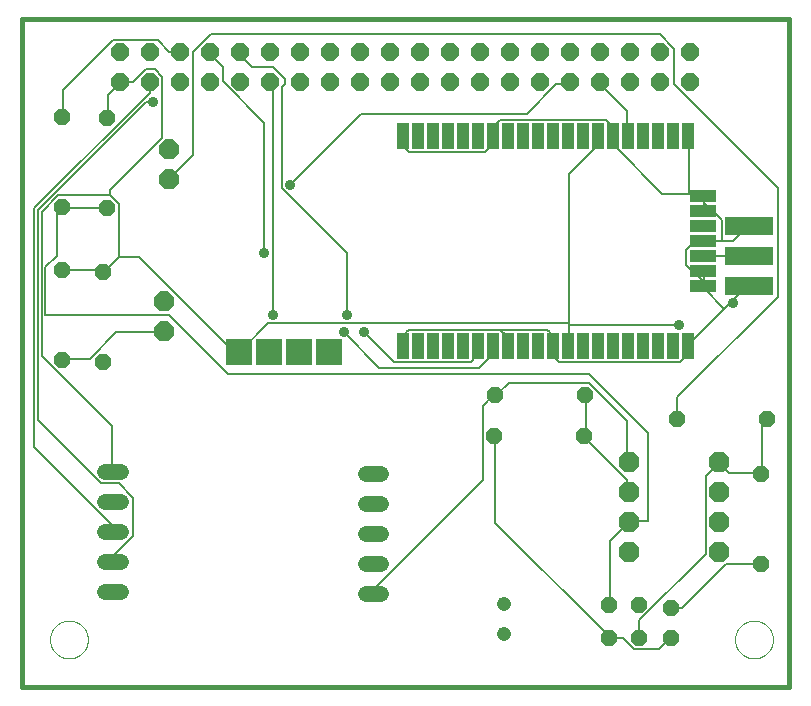
<source format=gtl>
G75*
%MOIN*%
%OFA0B0*%
%FSLAX25Y25*%
%IPPOS*%
%LPD*%
%AMOC8*
5,1,8,0,0,1.08239X$1,22.5*
%
%ADD10C,0.01600*%
%ADD11C,0.00000*%
%ADD12R,0.16000X0.06000*%
%ADD13OC8,0.06000*%
%ADD14R,0.04000X0.08858*%
%ADD15R,0.08858X0.04000*%
%ADD16OC8,0.06600*%
%ADD17OC8,0.05200*%
%ADD18R,0.08600X0.08600*%
%ADD19OC8,0.06800*%
%ADD20C,0.04756*%
%ADD21C,0.05200*%
%ADD22C,0.00600*%
%ADD23C,0.03600*%
D10*
X0001800Y0001800D02*
X0001800Y0224241D01*
X0257706Y0224241D01*
X0257706Y0001800D01*
X0001800Y0001800D01*
D11*
X0011249Y0017548D02*
X0011251Y0017706D01*
X0011257Y0017864D01*
X0011267Y0018022D01*
X0011281Y0018180D01*
X0011299Y0018337D01*
X0011320Y0018494D01*
X0011346Y0018650D01*
X0011376Y0018806D01*
X0011409Y0018961D01*
X0011447Y0019114D01*
X0011488Y0019267D01*
X0011533Y0019419D01*
X0011582Y0019570D01*
X0011635Y0019719D01*
X0011691Y0019867D01*
X0011751Y0020013D01*
X0011815Y0020158D01*
X0011883Y0020301D01*
X0011954Y0020443D01*
X0012028Y0020583D01*
X0012106Y0020720D01*
X0012188Y0020856D01*
X0012272Y0020990D01*
X0012361Y0021121D01*
X0012452Y0021250D01*
X0012547Y0021377D01*
X0012644Y0021502D01*
X0012745Y0021624D01*
X0012849Y0021743D01*
X0012956Y0021860D01*
X0013066Y0021974D01*
X0013179Y0022085D01*
X0013294Y0022194D01*
X0013412Y0022299D01*
X0013533Y0022401D01*
X0013656Y0022501D01*
X0013782Y0022597D01*
X0013910Y0022690D01*
X0014040Y0022780D01*
X0014173Y0022866D01*
X0014308Y0022950D01*
X0014444Y0023029D01*
X0014583Y0023106D01*
X0014724Y0023178D01*
X0014866Y0023248D01*
X0015010Y0023313D01*
X0015156Y0023375D01*
X0015303Y0023433D01*
X0015452Y0023488D01*
X0015602Y0023539D01*
X0015753Y0023586D01*
X0015905Y0023629D01*
X0016058Y0023668D01*
X0016213Y0023704D01*
X0016368Y0023735D01*
X0016524Y0023763D01*
X0016680Y0023787D01*
X0016837Y0023807D01*
X0016995Y0023823D01*
X0017152Y0023835D01*
X0017311Y0023843D01*
X0017469Y0023847D01*
X0017627Y0023847D01*
X0017785Y0023843D01*
X0017944Y0023835D01*
X0018101Y0023823D01*
X0018259Y0023807D01*
X0018416Y0023787D01*
X0018572Y0023763D01*
X0018728Y0023735D01*
X0018883Y0023704D01*
X0019038Y0023668D01*
X0019191Y0023629D01*
X0019343Y0023586D01*
X0019494Y0023539D01*
X0019644Y0023488D01*
X0019793Y0023433D01*
X0019940Y0023375D01*
X0020086Y0023313D01*
X0020230Y0023248D01*
X0020372Y0023178D01*
X0020513Y0023106D01*
X0020652Y0023029D01*
X0020788Y0022950D01*
X0020923Y0022866D01*
X0021056Y0022780D01*
X0021186Y0022690D01*
X0021314Y0022597D01*
X0021440Y0022501D01*
X0021563Y0022401D01*
X0021684Y0022299D01*
X0021802Y0022194D01*
X0021917Y0022085D01*
X0022030Y0021974D01*
X0022140Y0021860D01*
X0022247Y0021743D01*
X0022351Y0021624D01*
X0022452Y0021502D01*
X0022549Y0021377D01*
X0022644Y0021250D01*
X0022735Y0021121D01*
X0022824Y0020990D01*
X0022908Y0020856D01*
X0022990Y0020720D01*
X0023068Y0020583D01*
X0023142Y0020443D01*
X0023213Y0020301D01*
X0023281Y0020158D01*
X0023345Y0020013D01*
X0023405Y0019867D01*
X0023461Y0019719D01*
X0023514Y0019570D01*
X0023563Y0019419D01*
X0023608Y0019267D01*
X0023649Y0019114D01*
X0023687Y0018961D01*
X0023720Y0018806D01*
X0023750Y0018650D01*
X0023776Y0018494D01*
X0023797Y0018337D01*
X0023815Y0018180D01*
X0023829Y0018022D01*
X0023839Y0017864D01*
X0023845Y0017706D01*
X0023847Y0017548D01*
X0023845Y0017390D01*
X0023839Y0017232D01*
X0023829Y0017074D01*
X0023815Y0016916D01*
X0023797Y0016759D01*
X0023776Y0016602D01*
X0023750Y0016446D01*
X0023720Y0016290D01*
X0023687Y0016135D01*
X0023649Y0015982D01*
X0023608Y0015829D01*
X0023563Y0015677D01*
X0023514Y0015526D01*
X0023461Y0015377D01*
X0023405Y0015229D01*
X0023345Y0015083D01*
X0023281Y0014938D01*
X0023213Y0014795D01*
X0023142Y0014653D01*
X0023068Y0014513D01*
X0022990Y0014376D01*
X0022908Y0014240D01*
X0022824Y0014106D01*
X0022735Y0013975D01*
X0022644Y0013846D01*
X0022549Y0013719D01*
X0022452Y0013594D01*
X0022351Y0013472D01*
X0022247Y0013353D01*
X0022140Y0013236D01*
X0022030Y0013122D01*
X0021917Y0013011D01*
X0021802Y0012902D01*
X0021684Y0012797D01*
X0021563Y0012695D01*
X0021440Y0012595D01*
X0021314Y0012499D01*
X0021186Y0012406D01*
X0021056Y0012316D01*
X0020923Y0012230D01*
X0020788Y0012146D01*
X0020652Y0012067D01*
X0020513Y0011990D01*
X0020372Y0011918D01*
X0020230Y0011848D01*
X0020086Y0011783D01*
X0019940Y0011721D01*
X0019793Y0011663D01*
X0019644Y0011608D01*
X0019494Y0011557D01*
X0019343Y0011510D01*
X0019191Y0011467D01*
X0019038Y0011428D01*
X0018883Y0011392D01*
X0018728Y0011361D01*
X0018572Y0011333D01*
X0018416Y0011309D01*
X0018259Y0011289D01*
X0018101Y0011273D01*
X0017944Y0011261D01*
X0017785Y0011253D01*
X0017627Y0011249D01*
X0017469Y0011249D01*
X0017311Y0011253D01*
X0017152Y0011261D01*
X0016995Y0011273D01*
X0016837Y0011289D01*
X0016680Y0011309D01*
X0016524Y0011333D01*
X0016368Y0011361D01*
X0016213Y0011392D01*
X0016058Y0011428D01*
X0015905Y0011467D01*
X0015753Y0011510D01*
X0015602Y0011557D01*
X0015452Y0011608D01*
X0015303Y0011663D01*
X0015156Y0011721D01*
X0015010Y0011783D01*
X0014866Y0011848D01*
X0014724Y0011918D01*
X0014583Y0011990D01*
X0014444Y0012067D01*
X0014308Y0012146D01*
X0014173Y0012230D01*
X0014040Y0012316D01*
X0013910Y0012406D01*
X0013782Y0012499D01*
X0013656Y0012595D01*
X0013533Y0012695D01*
X0013412Y0012797D01*
X0013294Y0012902D01*
X0013179Y0013011D01*
X0013066Y0013122D01*
X0012956Y0013236D01*
X0012849Y0013353D01*
X0012745Y0013472D01*
X0012644Y0013594D01*
X0012547Y0013719D01*
X0012452Y0013846D01*
X0012361Y0013975D01*
X0012272Y0014106D01*
X0012188Y0014240D01*
X0012106Y0014376D01*
X0012028Y0014513D01*
X0011954Y0014653D01*
X0011883Y0014795D01*
X0011815Y0014938D01*
X0011751Y0015083D01*
X0011691Y0015229D01*
X0011635Y0015377D01*
X0011582Y0015526D01*
X0011533Y0015677D01*
X0011488Y0015829D01*
X0011447Y0015982D01*
X0011409Y0016135D01*
X0011376Y0016290D01*
X0011346Y0016446D01*
X0011320Y0016602D01*
X0011299Y0016759D01*
X0011281Y0016916D01*
X0011267Y0017074D01*
X0011257Y0017232D01*
X0011251Y0017390D01*
X0011249Y0017548D01*
X0239595Y0017548D02*
X0239597Y0017706D01*
X0239603Y0017864D01*
X0239613Y0018022D01*
X0239627Y0018180D01*
X0239645Y0018337D01*
X0239666Y0018494D01*
X0239692Y0018650D01*
X0239722Y0018806D01*
X0239755Y0018961D01*
X0239793Y0019114D01*
X0239834Y0019267D01*
X0239879Y0019419D01*
X0239928Y0019570D01*
X0239981Y0019719D01*
X0240037Y0019867D01*
X0240097Y0020013D01*
X0240161Y0020158D01*
X0240229Y0020301D01*
X0240300Y0020443D01*
X0240374Y0020583D01*
X0240452Y0020720D01*
X0240534Y0020856D01*
X0240618Y0020990D01*
X0240707Y0021121D01*
X0240798Y0021250D01*
X0240893Y0021377D01*
X0240990Y0021502D01*
X0241091Y0021624D01*
X0241195Y0021743D01*
X0241302Y0021860D01*
X0241412Y0021974D01*
X0241525Y0022085D01*
X0241640Y0022194D01*
X0241758Y0022299D01*
X0241879Y0022401D01*
X0242002Y0022501D01*
X0242128Y0022597D01*
X0242256Y0022690D01*
X0242386Y0022780D01*
X0242519Y0022866D01*
X0242654Y0022950D01*
X0242790Y0023029D01*
X0242929Y0023106D01*
X0243070Y0023178D01*
X0243212Y0023248D01*
X0243356Y0023313D01*
X0243502Y0023375D01*
X0243649Y0023433D01*
X0243798Y0023488D01*
X0243948Y0023539D01*
X0244099Y0023586D01*
X0244251Y0023629D01*
X0244404Y0023668D01*
X0244559Y0023704D01*
X0244714Y0023735D01*
X0244870Y0023763D01*
X0245026Y0023787D01*
X0245183Y0023807D01*
X0245341Y0023823D01*
X0245498Y0023835D01*
X0245657Y0023843D01*
X0245815Y0023847D01*
X0245973Y0023847D01*
X0246131Y0023843D01*
X0246290Y0023835D01*
X0246447Y0023823D01*
X0246605Y0023807D01*
X0246762Y0023787D01*
X0246918Y0023763D01*
X0247074Y0023735D01*
X0247229Y0023704D01*
X0247384Y0023668D01*
X0247537Y0023629D01*
X0247689Y0023586D01*
X0247840Y0023539D01*
X0247990Y0023488D01*
X0248139Y0023433D01*
X0248286Y0023375D01*
X0248432Y0023313D01*
X0248576Y0023248D01*
X0248718Y0023178D01*
X0248859Y0023106D01*
X0248998Y0023029D01*
X0249134Y0022950D01*
X0249269Y0022866D01*
X0249402Y0022780D01*
X0249532Y0022690D01*
X0249660Y0022597D01*
X0249786Y0022501D01*
X0249909Y0022401D01*
X0250030Y0022299D01*
X0250148Y0022194D01*
X0250263Y0022085D01*
X0250376Y0021974D01*
X0250486Y0021860D01*
X0250593Y0021743D01*
X0250697Y0021624D01*
X0250798Y0021502D01*
X0250895Y0021377D01*
X0250990Y0021250D01*
X0251081Y0021121D01*
X0251170Y0020990D01*
X0251254Y0020856D01*
X0251336Y0020720D01*
X0251414Y0020583D01*
X0251488Y0020443D01*
X0251559Y0020301D01*
X0251627Y0020158D01*
X0251691Y0020013D01*
X0251751Y0019867D01*
X0251807Y0019719D01*
X0251860Y0019570D01*
X0251909Y0019419D01*
X0251954Y0019267D01*
X0251995Y0019114D01*
X0252033Y0018961D01*
X0252066Y0018806D01*
X0252096Y0018650D01*
X0252122Y0018494D01*
X0252143Y0018337D01*
X0252161Y0018180D01*
X0252175Y0018022D01*
X0252185Y0017864D01*
X0252191Y0017706D01*
X0252193Y0017548D01*
X0252191Y0017390D01*
X0252185Y0017232D01*
X0252175Y0017074D01*
X0252161Y0016916D01*
X0252143Y0016759D01*
X0252122Y0016602D01*
X0252096Y0016446D01*
X0252066Y0016290D01*
X0252033Y0016135D01*
X0251995Y0015982D01*
X0251954Y0015829D01*
X0251909Y0015677D01*
X0251860Y0015526D01*
X0251807Y0015377D01*
X0251751Y0015229D01*
X0251691Y0015083D01*
X0251627Y0014938D01*
X0251559Y0014795D01*
X0251488Y0014653D01*
X0251414Y0014513D01*
X0251336Y0014376D01*
X0251254Y0014240D01*
X0251170Y0014106D01*
X0251081Y0013975D01*
X0250990Y0013846D01*
X0250895Y0013719D01*
X0250798Y0013594D01*
X0250697Y0013472D01*
X0250593Y0013353D01*
X0250486Y0013236D01*
X0250376Y0013122D01*
X0250263Y0013011D01*
X0250148Y0012902D01*
X0250030Y0012797D01*
X0249909Y0012695D01*
X0249786Y0012595D01*
X0249660Y0012499D01*
X0249532Y0012406D01*
X0249402Y0012316D01*
X0249269Y0012230D01*
X0249134Y0012146D01*
X0248998Y0012067D01*
X0248859Y0011990D01*
X0248718Y0011918D01*
X0248576Y0011848D01*
X0248432Y0011783D01*
X0248286Y0011721D01*
X0248139Y0011663D01*
X0247990Y0011608D01*
X0247840Y0011557D01*
X0247689Y0011510D01*
X0247537Y0011467D01*
X0247384Y0011428D01*
X0247229Y0011392D01*
X0247074Y0011361D01*
X0246918Y0011333D01*
X0246762Y0011309D01*
X0246605Y0011289D01*
X0246447Y0011273D01*
X0246290Y0011261D01*
X0246131Y0011253D01*
X0245973Y0011249D01*
X0245815Y0011249D01*
X0245657Y0011253D01*
X0245498Y0011261D01*
X0245341Y0011273D01*
X0245183Y0011289D01*
X0245026Y0011309D01*
X0244870Y0011333D01*
X0244714Y0011361D01*
X0244559Y0011392D01*
X0244404Y0011428D01*
X0244251Y0011467D01*
X0244099Y0011510D01*
X0243948Y0011557D01*
X0243798Y0011608D01*
X0243649Y0011663D01*
X0243502Y0011721D01*
X0243356Y0011783D01*
X0243212Y0011848D01*
X0243070Y0011918D01*
X0242929Y0011990D01*
X0242790Y0012067D01*
X0242654Y0012146D01*
X0242519Y0012230D01*
X0242386Y0012316D01*
X0242256Y0012406D01*
X0242128Y0012499D01*
X0242002Y0012595D01*
X0241879Y0012695D01*
X0241758Y0012797D01*
X0241640Y0012902D01*
X0241525Y0013011D01*
X0241412Y0013122D01*
X0241302Y0013236D01*
X0241195Y0013353D01*
X0241091Y0013472D01*
X0240990Y0013594D01*
X0240893Y0013719D01*
X0240798Y0013846D01*
X0240707Y0013975D01*
X0240618Y0014106D01*
X0240534Y0014240D01*
X0240452Y0014376D01*
X0240374Y0014513D01*
X0240300Y0014653D01*
X0240229Y0014795D01*
X0240161Y0014938D01*
X0240097Y0015083D01*
X0240037Y0015229D01*
X0239981Y0015377D01*
X0239928Y0015526D01*
X0239879Y0015677D01*
X0239834Y0015829D01*
X0239793Y0015982D01*
X0239755Y0016135D01*
X0239722Y0016290D01*
X0239692Y0016446D01*
X0239666Y0016602D01*
X0239645Y0016759D01*
X0239627Y0016916D01*
X0239613Y0017074D01*
X0239603Y0017232D01*
X0239597Y0017390D01*
X0239595Y0017548D01*
D12*
X0244280Y0135383D03*
X0244280Y0145383D03*
X0244280Y0155383D03*
D13*
X0224556Y0203375D03*
X0214556Y0203375D03*
X0204556Y0203375D03*
X0194556Y0203375D03*
X0184556Y0203375D03*
X0174556Y0203375D03*
X0164556Y0203375D03*
X0154556Y0203375D03*
X0144556Y0203375D03*
X0134556Y0203375D03*
X0124556Y0203375D03*
X0114556Y0203375D03*
X0104556Y0203375D03*
X0094556Y0203375D03*
X0084556Y0203375D03*
X0074556Y0203375D03*
X0064556Y0203375D03*
X0054556Y0203375D03*
X0044556Y0203375D03*
X0034556Y0203375D03*
X0034556Y0213375D03*
X0044556Y0213375D03*
X0054556Y0213375D03*
X0064556Y0213375D03*
X0074556Y0213375D03*
X0084556Y0213375D03*
X0094556Y0213375D03*
X0104556Y0213375D03*
X0114556Y0213375D03*
X0124556Y0213375D03*
X0134556Y0213375D03*
X0144556Y0213375D03*
X0154556Y0213375D03*
X0164556Y0213375D03*
X0174556Y0213375D03*
X0184556Y0213375D03*
X0194556Y0213375D03*
X0204556Y0213375D03*
X0214556Y0213375D03*
X0224556Y0213375D03*
D14*
X0223926Y0185422D03*
X0218926Y0185422D03*
X0213926Y0185422D03*
X0208926Y0185422D03*
X0203926Y0185422D03*
X0198926Y0185422D03*
X0193926Y0185422D03*
X0188926Y0185422D03*
X0183926Y0185422D03*
X0178926Y0185422D03*
X0173926Y0185422D03*
X0168926Y0185422D03*
X0163926Y0185422D03*
X0158926Y0185422D03*
X0153926Y0185422D03*
X0148926Y0185422D03*
X0143926Y0185422D03*
X0138926Y0185422D03*
X0133926Y0185422D03*
X0128926Y0185422D03*
X0128926Y0115422D03*
X0133926Y0115422D03*
X0138926Y0115422D03*
X0143926Y0115422D03*
X0148926Y0115422D03*
X0153926Y0115422D03*
X0158926Y0115422D03*
X0163926Y0115422D03*
X0168926Y0115422D03*
X0173926Y0115422D03*
X0178926Y0115422D03*
X0183926Y0115422D03*
X0188926Y0115422D03*
X0193926Y0115422D03*
X0198926Y0115422D03*
X0203926Y0115422D03*
X0208926Y0115422D03*
X0213926Y0115422D03*
X0218926Y0115422D03*
X0223926Y0115422D03*
D15*
X0228926Y0135422D03*
X0228926Y0140422D03*
X0228926Y0145422D03*
X0228926Y0150422D03*
X0228926Y0155422D03*
X0228926Y0160422D03*
X0228926Y0165422D03*
D16*
X0050776Y0171013D03*
X0050776Y0181013D03*
X0049359Y0130422D03*
X0049359Y0120422D03*
D17*
X0028965Y0110225D03*
X0015107Y0110698D03*
X0015107Y0140698D03*
X0028965Y0140225D03*
X0030304Y0161249D03*
X0015343Y0161839D03*
X0015343Y0191839D03*
X0030304Y0191249D03*
X0159398Y0099202D03*
X0159202Y0085461D03*
X0189202Y0085461D03*
X0189398Y0099202D03*
X0220107Y0091052D03*
X0248217Y0072627D03*
X0250107Y0091052D03*
X0248217Y0042627D03*
X0218099Y0028178D03*
X0218099Y0018178D03*
X0207548Y0018020D03*
X0197548Y0018020D03*
X0197548Y0029202D03*
X0207548Y0029202D03*
D18*
X0104241Y0113236D03*
X0094241Y0113236D03*
X0084241Y0113236D03*
X0074241Y0113236D03*
D19*
X0204202Y0076721D03*
X0204202Y0066721D03*
X0204202Y0056721D03*
X0204202Y0046721D03*
X0234202Y0046721D03*
X0234202Y0056721D03*
X0234202Y0066721D03*
X0234202Y0076721D03*
D20*
X0162666Y0029556D03*
X0162666Y0019556D03*
D21*
X0121723Y0032587D02*
X0116523Y0032587D01*
X0116523Y0042587D02*
X0121723Y0042587D01*
X0121723Y0052587D02*
X0116523Y0052587D01*
X0116523Y0062587D02*
X0121723Y0062587D01*
X0121723Y0072587D02*
X0116523Y0072587D01*
X0034912Y0073375D02*
X0029712Y0073375D01*
X0029712Y0063375D02*
X0034912Y0063375D01*
X0034912Y0053375D02*
X0029712Y0053375D01*
X0029712Y0043375D02*
X0034912Y0043375D01*
X0034912Y0033375D02*
X0029712Y0033375D01*
D22*
X0032312Y0043375D02*
X0032400Y0043800D01*
X0032400Y0045600D01*
X0039000Y0052200D01*
X0039000Y0064800D01*
X0034200Y0069600D01*
X0028200Y0069600D01*
X0007200Y0090600D01*
X0007200Y0160800D01*
X0043200Y0196800D01*
X0045600Y0196800D01*
X0044400Y0199800D02*
X0044400Y0202800D01*
X0044556Y0203375D01*
X0044400Y0199800D02*
X0006000Y0161400D01*
X0006000Y0081600D01*
X0031800Y0055800D01*
X0031800Y0053400D01*
X0032312Y0053375D01*
X0032312Y0073375D02*
X0031800Y0073800D01*
X0031800Y0088800D01*
X0008400Y0112200D01*
X0008400Y0160200D01*
X0013800Y0165600D01*
X0031200Y0165600D01*
X0031200Y0167400D01*
X0048600Y0184800D01*
X0048600Y0205200D01*
X0046200Y0207600D01*
X0043200Y0207600D01*
X0039000Y0203400D01*
X0034800Y0203400D01*
X0034556Y0203375D01*
X0034200Y0202800D01*
X0030600Y0199200D01*
X0030600Y0191400D01*
X0030304Y0191249D01*
X0015580Y0192745D02*
X0015343Y0191839D01*
X0015580Y0192745D02*
X0015580Y0200619D01*
X0032312Y0217351D01*
X0047076Y0217351D01*
X0051013Y0213414D01*
X0053965Y0213414D01*
X0054556Y0213375D01*
X0058887Y0213414D02*
X0058887Y0178965D01*
X0051013Y0171091D01*
X0050776Y0171013D01*
X0034200Y0162600D02*
X0034200Y0145200D01*
X0040800Y0145200D01*
X0072600Y0113400D01*
X0073800Y0113400D01*
X0074241Y0113236D01*
X0074400Y0113400D01*
X0084000Y0123000D01*
X0184200Y0123000D01*
X0184200Y0122400D01*
X0220800Y0122400D01*
X0224241Y0115973D02*
X0223926Y0115422D01*
X0223257Y0114989D01*
X0223257Y0112036D01*
X0221288Y0110068D01*
X0180934Y0110068D01*
X0178965Y0112036D01*
X0178965Y0114989D01*
X0178926Y0115422D01*
X0177981Y0115973D01*
X0177981Y0119910D01*
X0176997Y0120894D01*
X0161249Y0120894D01*
X0163217Y0118926D01*
X0163217Y0115973D01*
X0163926Y0115422D01*
X0158926Y0115422D02*
X0158296Y0114989D01*
X0158296Y0112036D01*
X0154359Y0108099D01*
X0120894Y0108099D01*
X0109083Y0119910D01*
X0115973Y0119910D02*
X0125816Y0110068D01*
X0151406Y0110068D01*
X0153375Y0112036D01*
X0153375Y0114989D01*
X0153926Y0115422D01*
X0161249Y0120894D02*
X0130737Y0120894D01*
X0129753Y0119910D01*
X0129753Y0115973D01*
X0128926Y0115422D01*
X0110068Y0125816D02*
X0110068Y0146485D01*
X0088414Y0168139D01*
X0088414Y0201603D01*
X0089398Y0202587D01*
X0089398Y0204556D01*
X0085461Y0208493D01*
X0078572Y0208493D01*
X0074635Y0212430D01*
X0074556Y0213375D01*
X0068729Y0208493D02*
X0064792Y0212430D01*
X0064556Y0213375D01*
X0058887Y0213414D02*
X0064792Y0219320D01*
X0214398Y0219320D01*
X0219320Y0214398D01*
X0219320Y0202587D01*
X0253769Y0168139D01*
X0253769Y0131721D01*
X0220304Y0098257D01*
X0220304Y0091367D01*
X0220107Y0091052D01*
X0210461Y0086446D02*
X0210461Y0056918D01*
X0204556Y0056918D01*
X0204202Y0056721D01*
X0204000Y0056400D01*
X0198000Y0050400D01*
X0198000Y0029400D01*
X0197548Y0029202D01*
X0207600Y0024000D02*
X0229800Y0046200D01*
X0229800Y0072000D01*
X0234000Y0076200D01*
X0234202Y0076721D01*
X0234600Y0076200D01*
X0237600Y0073200D01*
X0247800Y0073200D01*
X0248217Y0072627D01*
X0248400Y0073200D01*
X0248400Y0089400D01*
X0249600Y0090600D01*
X0250107Y0091052D01*
X0224241Y0115973D02*
X0236052Y0127784D01*
X0229162Y0134674D01*
X0228926Y0135422D01*
X0229162Y0136643D01*
X0223257Y0142548D01*
X0223257Y0147469D01*
X0226209Y0150422D01*
X0228926Y0150422D01*
X0235068Y0150422D01*
X0235068Y0157312D01*
X0229162Y0163217D01*
X0229162Y0161249D01*
X0228926Y0160422D01*
X0229162Y0163217D02*
X0229162Y0165186D01*
X0228926Y0165422D01*
X0228178Y0166170D01*
X0224241Y0166170D01*
X0224241Y0184871D01*
X0223926Y0185422D01*
X0203926Y0185422D02*
X0203572Y0185855D01*
X0203572Y0193729D01*
X0194713Y0202587D01*
X0194556Y0203375D01*
X0184556Y0203375D02*
X0183887Y0202587D01*
X0179950Y0202587D01*
X0170107Y0192745D01*
X0114989Y0192745D01*
X0091367Y0169123D01*
X0082509Y0189792D02*
X0068729Y0203572D01*
X0068729Y0208493D01*
X0084556Y0203375D02*
X0085461Y0202587D01*
X0085461Y0125816D01*
X0082509Y0146485D02*
X0082509Y0189792D01*
X0128926Y0185422D02*
X0129753Y0184871D01*
X0129753Y0180934D01*
X0130737Y0179950D01*
X0156328Y0179950D01*
X0158296Y0181918D01*
X0158296Y0184871D01*
X0158926Y0185422D01*
X0159280Y0185855D01*
X0159280Y0188808D01*
X0161249Y0190776D01*
X0196682Y0190776D01*
X0198650Y0188808D01*
X0198650Y0185855D01*
X0198926Y0185422D01*
X0199635Y0184871D01*
X0199635Y0181918D01*
X0215383Y0166170D01*
X0224241Y0166170D01*
X0235068Y0150422D02*
X0239005Y0150422D01*
X0243926Y0155343D01*
X0244280Y0155383D01*
X0243926Y0145501D02*
X0244280Y0145383D01*
X0243926Y0145501D02*
X0229162Y0145501D01*
X0228926Y0145422D01*
X0228926Y0140422D02*
X0229162Y0139595D01*
X0229162Y0136643D01*
X0229162Y0135658D01*
X0228926Y0135422D01*
X0236052Y0127784D02*
X0238020Y0129753D01*
X0239005Y0129753D01*
X0238020Y0129753D02*
X0243926Y0135658D01*
X0244280Y0135383D01*
X0203572Y0090383D02*
X0190776Y0103178D01*
X0164202Y0103178D01*
X0160265Y0099241D01*
X0159398Y0099202D01*
X0159000Y0099000D01*
X0155400Y0095400D01*
X0155400Y0070800D01*
X0119400Y0034800D01*
X0119400Y0033000D01*
X0119123Y0032587D01*
X0159600Y0056400D02*
X0197400Y0018600D01*
X0197548Y0018020D01*
X0198000Y0018000D01*
X0202200Y0018000D01*
X0205800Y0014400D01*
X0214200Y0014400D01*
X0217800Y0018000D01*
X0218099Y0018178D01*
X0218099Y0028178D02*
X0218400Y0028200D01*
X0222000Y0028200D01*
X0236400Y0042600D01*
X0247800Y0042600D01*
X0248217Y0042627D01*
X0207600Y0024000D02*
X0207600Y0018600D01*
X0207548Y0018020D01*
X0159600Y0056400D02*
X0159600Y0085200D01*
X0159202Y0085461D01*
X0188808Y0085461D02*
X0189202Y0085461D01*
X0189792Y0085461D01*
X0189792Y0098257D01*
X0189398Y0099202D01*
X0190776Y0106131D02*
X0210461Y0086446D01*
X0203572Y0090383D02*
X0203572Y0077587D01*
X0204202Y0076721D01*
X0203572Y0070698D02*
X0188808Y0085461D01*
X0203572Y0070698D02*
X0203572Y0066761D01*
X0204202Y0066721D01*
X0190776Y0106131D02*
X0070698Y0106131D01*
X0051013Y0125816D01*
X0009674Y0125816D01*
X0009674Y0141564D01*
X0013611Y0145501D01*
X0013611Y0161249D01*
X0015343Y0161839D01*
X0015580Y0161249D01*
X0030304Y0161249D01*
X0034200Y0162600D02*
X0031200Y0165600D01*
X0034200Y0145200D02*
X0029400Y0140400D01*
X0028965Y0140225D01*
X0028375Y0140580D01*
X0015580Y0140580D01*
X0015107Y0140698D01*
X0033296Y0119910D02*
X0049044Y0119910D01*
X0049359Y0120422D01*
X0033296Y0119910D02*
X0024438Y0111052D01*
X0015580Y0111052D01*
X0015107Y0110698D01*
X0183926Y0115422D02*
X0184200Y0115800D01*
X0184200Y0122400D01*
X0184200Y0123000D02*
X0184200Y0172800D01*
X0193800Y0182400D01*
X0193800Y0185400D01*
X0193926Y0185422D01*
D23*
X0239005Y0129753D03*
X0220800Y0122400D03*
X0115973Y0119910D03*
X0109083Y0119910D03*
X0110068Y0125816D03*
X0085461Y0125816D03*
X0082509Y0146485D03*
X0091367Y0169123D03*
X0045600Y0196800D03*
M02*

</source>
